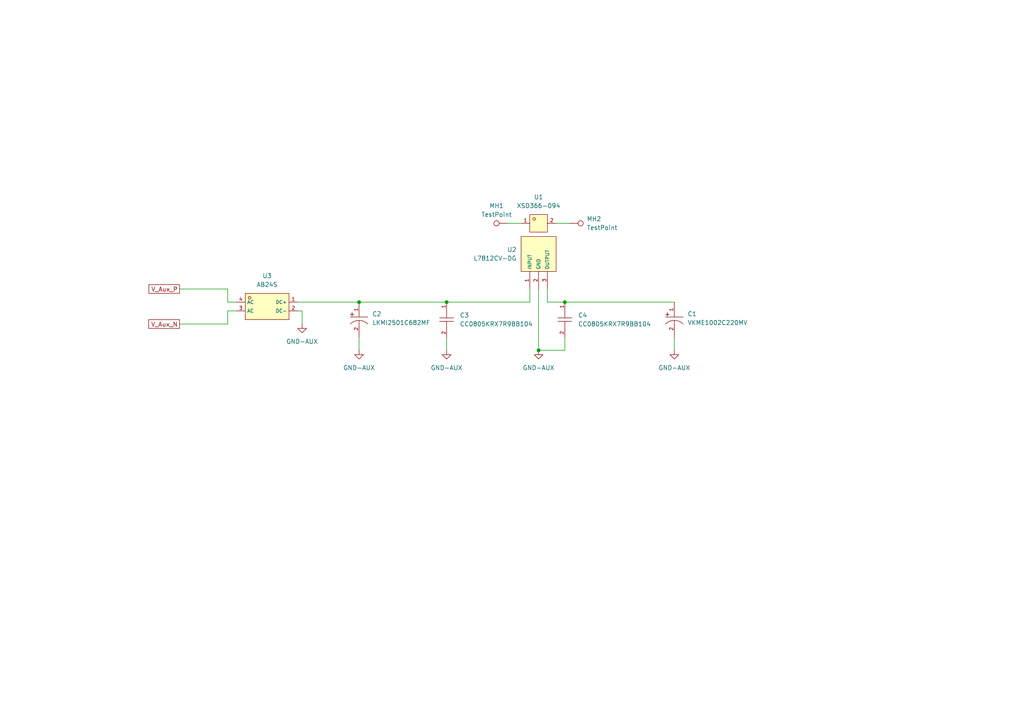
<source format=kicad_sch>
(kicad_sch
	(version 20250114)
	(generator "eeschema")
	(generator_version "9.0")
	(uuid "07489711-3498-4609-a393-e4c993ecdff8")
	(paper "A4")
	(lib_symbols
		(symbol "Connector:TestPoint"
			(pin_numbers
				(hide yes)
			)
			(pin_names
				(offset 0.762)
				(hide yes)
			)
			(exclude_from_sim no)
			(in_bom yes)
			(on_board yes)
			(property "Reference" "TP"
				(at 0 6.858 0)
				(effects
					(font
						(size 1.27 1.27)
					)
				)
			)
			(property "Value" "TestPoint"
				(at 0 5.08 0)
				(effects
					(font
						(size 1.27 1.27)
					)
				)
			)
			(property "Footprint" ""
				(at 5.08 0 0)
				(effects
					(font
						(size 1.27 1.27)
					)
					(hide yes)
				)
			)
			(property "Datasheet" "~"
				(at 5.08 0 0)
				(effects
					(font
						(size 1.27 1.27)
					)
					(hide yes)
				)
			)
			(property "Description" "test point"
				(at 0 0 0)
				(effects
					(font
						(size 1.27 1.27)
					)
					(hide yes)
				)
			)
			(property "ki_keywords" "test point tp"
				(at 0 0 0)
				(effects
					(font
						(size 1.27 1.27)
					)
					(hide yes)
				)
			)
			(property "ki_fp_filters" "Pin* Test*"
				(at 0 0 0)
				(effects
					(font
						(size 1.27 1.27)
					)
					(hide yes)
				)
			)
			(symbol "TestPoint_0_1"
				(circle
					(center 0 3.302)
					(radius 0.762)
					(stroke
						(width 0)
						(type default)
					)
					(fill
						(type none)
					)
				)
			)
			(symbol "TestPoint_1_1"
				(pin passive line
					(at 0 0 90)
					(length 2.54)
					(name "1"
						(effects
							(font
								(size 1.27 1.27)
							)
						)
					)
					(number "1"
						(effects
							(font
								(size 1.27 1.27)
							)
						)
					)
				)
			)
			(embedded_fonts no)
		)
		(symbol "jlcpcb:AB24S"
			(exclude_from_sim no)
			(in_bom yes)
			(on_board yes)
			(property "Reference" "U"
				(at 0 1.27 0)
				(effects
					(font
						(size 1.27 1.27)
					)
				)
			)
			(property "Value" "AB24S"
				(at 0 -2.54 0)
				(effects
					(font
						(size 1.27 1.27)
					)
				)
			)
			(property "Footprint" "footprints:ABS-SMD_L5.0-W4.4-P4.00-LS7.0-BL"
				(at 0 -10.16 0)
				(effects
					(font
						(size 1.27 1.27)
						(italic yes)
					)
					(hide yes)
				)
			)
			(property "Datasheet" "https://atta.szlcsc.com/upload/public/pdf/source/20211116/1CFCA0CE490D28CCD798815519BDD3FD.pdf"
				(at -2.286 0.127 0)
				(effects
					(font
						(size 1.27 1.27)
					)
					(justify left)
					(hide yes)
				)
			)
			(property "Description" ""
				(at 0 0 0)
				(effects
					(font
						(size 1.27 1.27)
					)
					(hide yes)
				)
			)
			(property "LCSC" "C882375"
				(at 0 0 0)
				(effects
					(font
						(size 1.27 1.27)
					)
					(hide yes)
				)
			)
			(property "ki_keywords" "C882375"
				(at 0 0 0)
				(effects
					(font
						(size 1.27 1.27)
					)
					(hide yes)
				)
			)
			(symbol "AB24S_0_1"
				(rectangle
					(start -6.35 3.81)
					(end 6.35 -3.81)
					(stroke
						(width 0)
						(type default)
					)
					(fill
						(type background)
					)
				)
				(circle
					(center -5.08 2.54)
					(radius 0.381)
					(stroke
						(width 0)
						(type default)
					)
					(fill
						(type background)
					)
				)
				(pin unspecified line
					(at -8.89 1.27 0)
					(length 2.54)
					(name "AC"
						(effects
							(font
								(size 1 1)
							)
						)
					)
					(number "4"
						(effects
							(font
								(size 1 1)
							)
						)
					)
				)
				(pin unspecified line
					(at -8.89 -1.27 0)
					(length 2.54)
					(name "AC"
						(effects
							(font
								(size 1 1)
							)
						)
					)
					(number "3"
						(effects
							(font
								(size 1 1)
							)
						)
					)
				)
				(pin unspecified line
					(at 8.89 1.27 180)
					(length 2.54)
					(name "DC+"
						(effects
							(font
								(size 1 1)
							)
						)
					)
					(number "1"
						(effects
							(font
								(size 1 1)
							)
						)
					)
				)
				(pin unspecified line
					(at 8.89 -1.27 180)
					(length 2.54)
					(name "DC-"
						(effects
							(font
								(size 1 1)
							)
						)
					)
					(number "2"
						(effects
							(font
								(size 1 1)
							)
						)
					)
				)
			)
			(embedded_fonts no)
		)
		(symbol "jlcpcb:CC0805KRX7R9BB104"
			(exclude_from_sim no)
			(in_bom yes)
			(on_board yes)
			(property "Reference" "C"
				(at 0 1.27 0)
				(effects
					(font
						(size 1.27 1.27)
					)
				)
			)
			(property "Value" "CC0805KRX7R9BB104"
				(at 0 -2.54 0)
				(effects
					(font
						(size 1.27 1.27)
					)
				)
			)
			(property "Footprint" "footprints:C0805"
				(at 0 -10.16 0)
				(effects
					(font
						(size 1.27 1.27)
						(italic yes)
					)
					(hide yes)
				)
			)
			(property "Datasheet" "https://item.szlcsc.com/373011.html"
				(at -2.286 0.127 0)
				(effects
					(font
						(size 1.27 1.27)
					)
					(justify left)
					(hide yes)
				)
			)
			(property "Description" ""
				(at 0 0 0)
				(effects
					(font
						(size 1.27 1.27)
					)
					(hide yes)
				)
			)
			(property "LCSC" "C49678"
				(at 0 0 0)
				(effects
					(font
						(size 1.27 1.27)
					)
					(hide yes)
				)
			)
			(property "ki_keywords" "C49678"
				(at 0 0 0)
				(effects
					(font
						(size 1.27 1.27)
					)
					(hide yes)
				)
			)
			(symbol "CC0805KRX7R9BB104_0_1"
				(polyline
					(pts
						(xy -0.508 0) (xy -2.54 0)
					)
					(stroke
						(width 0)
						(type default)
					)
					(fill
						(type none)
					)
				)
				(polyline
					(pts
						(xy -0.508 -2.032) (xy -0.508 2.032)
					)
					(stroke
						(width 0)
						(type default)
					)
					(fill
						(type none)
					)
				)
				(polyline
					(pts
						(xy 0.508 2.032) (xy 0.508 -2.032)
					)
					(stroke
						(width 0)
						(type default)
					)
					(fill
						(type none)
					)
				)
				(polyline
					(pts
						(xy 2.54 0) (xy 0.508 0)
					)
					(stroke
						(width 0)
						(type default)
					)
					(fill
						(type none)
					)
				)
			)
			(symbol "CC0805KRX7R9BB104_1_1"
				(pin passive line
					(at -5.08 0 0)
					(length 2.54)
					(name ""
						(effects
							(font
								(size 1 1)
							)
						)
					)
					(number "1"
						(effects
							(font
								(size 1 1)
							)
						)
					)
				)
				(pin passive line
					(at 5.08 0 180)
					(length 2.54)
					(name ""
						(effects
							(font
								(size 1 1)
							)
						)
					)
					(number "2"
						(effects
							(font
								(size 1 1)
							)
						)
					)
				)
			)
			(embedded_fonts no)
		)
		(symbol "jlcpcb:L7812CV-DG"
			(exclude_from_sim no)
			(in_bom yes)
			(on_board yes)
			(property "Reference" "U"
				(at 0 1.27 0)
				(effects
					(font
						(size 1.27 1.27)
					)
				)
			)
			(property "Value" "L7812CV-DG"
				(at 0 -2.54 0)
				(effects
					(font
						(size 1.27 1.27)
					)
				)
			)
			(property "Footprint" "footprints:TO-220-3_L10.0-W4.5-P2.54-L"
				(at 0 -10.16 0)
				(effects
					(font
						(size 1.27 1.27)
						(italic yes)
					)
					(hide yes)
				)
			)
			(property "Datasheet" "https://item.szlcsc.com/233115.html"
				(at -2.286 0.127 0)
				(effects
					(font
						(size 1.27 1.27)
					)
					(justify left)
					(hide yes)
				)
			)
			(property "Description" ""
				(at 0 0 0)
				(effects
					(font
						(size 1.27 1.27)
					)
					(hide yes)
				)
			)
			(property "LCSC" "C2914"
				(at 0 0 0)
				(effects
					(font
						(size 1.27 1.27)
					)
					(hide yes)
				)
			)
			(property "ki_keywords" "C2914"
				(at 0 0 0)
				(effects
					(font
						(size 1.27 1.27)
					)
					(hide yes)
				)
			)
			(symbol "L7812CV-DG_0_1"
				(rectangle
					(start -2.54 5.08)
					(end 7.62 -5.08)
					(stroke
						(width 0)
						(type default)
					)
					(fill
						(type background)
					)
				)
				(pin unspecified line
					(at -7.62 2.54 0)
					(length 5.08)
					(name "OUTPUT"
						(effects
							(font
								(size 1 1)
							)
						)
					)
					(number "3"
						(effects
							(font
								(size 1 1)
							)
						)
					)
				)
				(pin unspecified line
					(at -7.62 0 0)
					(length 5.08)
					(name "GND"
						(effects
							(font
								(size 1 1)
							)
						)
					)
					(number "2"
						(effects
							(font
								(size 1 1)
							)
						)
					)
				)
				(pin unspecified line
					(at -7.62 -2.54 0)
					(length 5.08)
					(name "INPUT"
						(effects
							(font
								(size 1 1)
							)
						)
					)
					(number "1"
						(effects
							(font
								(size 1 1)
							)
						)
					)
				)
			)
			(embedded_fonts no)
		)
		(symbol "jlcpcb:LKMI2501C682MF"
			(exclude_from_sim no)
			(in_bom yes)
			(on_board yes)
			(property "Reference" "C"
				(at 0 1.27 0)
				(effects
					(font
						(size 1.27 1.27)
					)
				)
			)
			(property "Value" "LKMI2501C682MF"
				(at 0 -2.54 0)
				(effects
					(font
						(size 1.27 1.27)
					)
				)
			)
			(property "Footprint" "footprints:CAP-TH_BD16.0-P7.50-D1.2-FD"
				(at 0 -10.16 0)
				(effects
					(font
						(size 1.27 1.27)
						(italic yes)
					)
					(hide yes)
				)
			)
			(property "Datasheet" "https://item.szlcsc.com/48887.html"
				(at -2.286 0.127 0)
				(effects
					(font
						(size 1.27 1.27)
					)
					(justify left)
					(hide yes)
				)
			)
			(property "Description" ""
				(at 0 0 0)
				(effects
					(font
						(size 1.27 1.27)
					)
					(hide yes)
				)
			)
			(property "LCSC" "C442803"
				(at 0 0 0)
				(effects
					(font
						(size 1.27 1.27)
					)
					(hide yes)
				)
			)
			(property "ki_keywords" "C442803"
				(at 0 0 0)
				(effects
					(font
						(size 1.27 1.27)
					)
					(hide yes)
				)
			)
			(symbol "LKMI2501C682MF_0_1"
				(rectangle
					(start -2.54 1.524)
					(end -1.524 1.4986)
					(stroke
						(width 0)
						(type default)
					)
					(fill
						(type background)
					)
				)
				(polyline
					(pts
						(xy -2.54 0.762) (xy 2.54 0.762)
					)
					(stroke
						(width 0)
						(type default)
					)
					(fill
						(type none)
					)
				)
				(rectangle
					(start -2.032 2.032)
					(end -2.0066 1.016)
					(stroke
						(width 0)
						(type default)
					)
					(fill
						(type background)
					)
				)
				(arc
					(start -2.54 -1.27)
					(mid 0 -0.2179)
					(end 2.54 -1.27)
					(stroke
						(width 0)
						(type default)
					)
					(fill
						(type none)
					)
				)
			)
			(symbol "LKMI2501C682MF_1_1"
				(pin passive line
					(at 0 5.08 270)
					(length 4.318)
					(name ""
						(effects
							(font
								(size 1 1)
							)
						)
					)
					(number "1"
						(effects
							(font
								(size 1 1)
							)
						)
					)
				)
				(pin passive line
					(at 0 -5.08 90)
					(length 4.826)
					(name ""
						(effects
							(font
								(size 1 1)
							)
						)
					)
					(number "2"
						(effects
							(font
								(size 1 1)
							)
						)
					)
				)
			)
			(embedded_fonts no)
		)
		(symbol "jlcpcb:VKME1002C220MV"
			(exclude_from_sim no)
			(in_bom yes)
			(on_board yes)
			(property "Reference" "C"
				(at 0 1.27 0)
				(effects
					(font
						(size 1.27 1.27)
					)
				)
			)
			(property "Value" "VKME1002C220MV"
				(at 0 -2.54 0)
				(effects
					(font
						(size 1.27 1.27)
					)
				)
			)
			(property "Footprint" "footprints:CAP-SMD_BD10.0-L10.3-W10.3-LS11.7-FD"
				(at -0.508 -0.508 0)
				(effects
					(font
						(size 1.27 1.27)
						(italic yes)
					)
					(hide yes)
				)
			)
			(property "Datasheet" "https://atta.szlcsc.com/upload/public/pdf/source/20200220/C487365_CBD0F9C143D6988F0F1834932849078A.pdf"
				(at -36.576 -0.508 0)
				(effects
					(font
						(size 1.27 1.27)
					)
					(justify left)
					(hide yes)
				)
			)
			(property "Description" ""
				(at 0 0 0)
				(effects
					(font
						(size 1.27 1.27)
					)
					(hide yes)
				)
			)
			(property "LCSC" "C487461"
				(at -9.398 -0.762 0)
				(effects
					(font
						(size 1.27 1.27)
					)
					(hide yes)
				)
			)
			(property "ki_keywords" "C487461"
				(at 0 0 0)
				(effects
					(font
						(size 1.27 1.27)
					)
					(hide yes)
				)
			)
			(symbol "VKME1002C220MV_0_1"
				(rectangle
					(start -2.54 1.524)
					(end -1.524 1.4986)
					(stroke
						(width 0)
						(type default)
					)
					(fill
						(type background)
					)
				)
				(polyline
					(pts
						(xy -2.54 0.762) (xy 2.54 0.762)
					)
					(stroke
						(width 0)
						(type default)
					)
					(fill
						(type none)
					)
				)
				(rectangle
					(start -2.032 2.032)
					(end -2.0066 1.016)
					(stroke
						(width 0)
						(type default)
					)
					(fill
						(type background)
					)
				)
				(arc
					(start -2.54 -1.27)
					(mid 0 -0.2179)
					(end 2.54 -1.27)
					(stroke
						(width 0)
						(type default)
					)
					(fill
						(type none)
					)
				)
			)
			(symbol "VKME1002C220MV_1_1"
				(pin passive line
					(at 0 5.08 270)
					(length 4.318)
					(name ""
						(effects
							(font
								(size 1 1)
							)
						)
					)
					(number "1"
						(effects
							(font
								(size 1 1)
							)
						)
					)
				)
				(pin passive line
					(at 0 -5.08 90)
					(length 4.826)
					(name ""
						(effects
							(font
								(size 1 1)
							)
						)
					)
					(number "2"
						(effects
							(font
								(size 1 1)
							)
						)
					)
				)
			)
			(embedded_fonts no)
		)
		(symbol "jlcpcb:XSD366-094"
			(exclude_from_sim no)
			(in_bom yes)
			(on_board yes)
			(property "Reference" "U"
				(at 0 1.27 0)
				(effects
					(font
						(size 1.27 1.27)
					)
				)
			)
			(property "Value" "XSD366-094"
				(at 0 -2.54 0)
				(effects
					(font
						(size 1.27 1.27)
					)
				)
			)
			(property "Footprint" "footprints:HEATSINK-TH_XSD366-094"
				(at 0 -10.16 0)
				(effects
					(font
						(size 1.27 1.27)
						(italic yes)
					)
					(hide yes)
				)
			)
			(property "Datasheet" "https://atta.szlcsc.com/upload/public/pdf/source/20180927/C286227_8CAF4AF643AF3F6953ADE6744A76F022.pdf"
				(at -2.286 0.127 0)
				(effects
					(font
						(size 1.27 1.27)
					)
					(justify left)
					(hide yes)
				)
			)
			(property "Description" ""
				(at 0 0 0)
				(effects
					(font
						(size 1.27 1.27)
					)
					(hide yes)
				)
			)
			(property "LCSC" "C286227"
				(at 0 0 0)
				(effects
					(font
						(size 1.27 1.27)
					)
					(hide yes)
				)
			)
			(property "ki_keywords" "C286227"
				(at 0 0 0)
				(effects
					(font
						(size 1.27 1.27)
					)
					(hide yes)
				)
			)
			(symbol "XSD366-094_0_1"
				(rectangle
					(start -2.54 2.54)
					(end 2.54 -2.54)
					(stroke
						(width 0)
						(type default)
					)
					(fill
						(type background)
					)
				)
				(circle
					(center -1.27 1.27)
					(radius 0.381)
					(stroke
						(width 0)
						(type default)
					)
					(fill
						(type background)
					)
				)
			)
			(symbol "XSD366-094_1_1"
				(pin free line
					(at -5.08 0 0)
					(length 2.54)
					(name ""
						(effects
							(font
								(size 1 1)
							)
						)
					)
					(number "1"
						(effects
							(font
								(size 1 1)
							)
						)
					)
				)
				(pin free line
					(at 5.08 0 180)
					(length 2.54)
					(name ""
						(effects
							(font
								(size 1 1)
							)
						)
					)
					(number "2"
						(effects
							(font
								(size 1 1)
							)
						)
					)
				)
			)
			(embedded_fonts no)
		)
		(symbol "power:GND"
			(power)
			(pin_numbers
				(hide yes)
			)
			(pin_names
				(offset 0)
				(hide yes)
			)
			(exclude_from_sim no)
			(in_bom yes)
			(on_board yes)
			(property "Reference" "#PWR"
				(at 0 -6.35 0)
				(effects
					(font
						(size 1.27 1.27)
					)
					(hide yes)
				)
			)
			(property "Value" "GND"
				(at 0 -3.81 0)
				(effects
					(font
						(size 1.27 1.27)
					)
				)
			)
			(property "Footprint" ""
				(at 0 0 0)
				(effects
					(font
						(size 1.27 1.27)
					)
					(hide yes)
				)
			)
			(property "Datasheet" ""
				(at 0 0 0)
				(effects
					(font
						(size 1.27 1.27)
					)
					(hide yes)
				)
			)
			(property "Description" "Power symbol creates a global label with name \"GND\" , ground"
				(at 0 0 0)
				(effects
					(font
						(size 1.27 1.27)
					)
					(hide yes)
				)
			)
			(property "ki_keywords" "global power"
				(at 0 0 0)
				(effects
					(font
						(size 1.27 1.27)
					)
					(hide yes)
				)
			)
			(symbol "GND_0_1"
				(polyline
					(pts
						(xy 0 0) (xy 0 -1.27) (xy 1.27 -1.27) (xy 0 -2.54) (xy -1.27 -1.27) (xy 0 -1.27)
					)
					(stroke
						(width 0)
						(type default)
					)
					(fill
						(type none)
					)
				)
			)
			(symbol "GND_1_1"
				(pin power_in line
					(at 0 0 270)
					(length 0)
					(name "~"
						(effects
							(font
								(size 1.27 1.27)
							)
						)
					)
					(number "1"
						(effects
							(font
								(size 1.27 1.27)
							)
						)
					)
				)
			)
			(embedded_fonts no)
		)
	)
	(junction
		(at 104.14 87.63)
		(diameter 0)
		(color 0 0 0 0)
		(uuid "60c583c0-fc45-4aa3-b2a5-463636bc400d")
	)
	(junction
		(at 129.54 87.63)
		(diameter 0)
		(color 0 0 0 0)
		(uuid "8247ec7b-e654-423e-b50c-8d23880e11a2")
	)
	(junction
		(at 156.21 101.6)
		(diameter 0)
		(color 0 0 0 0)
		(uuid "c234e261-275d-4c26-8974-27e191a7f973")
	)
	(junction
		(at 163.83 87.63)
		(diameter 0)
		(color 0 0 0 0)
		(uuid "f85a2759-bcc8-4998-abe3-ab8c75ed9841")
	)
	(wire
		(pts
			(xy 129.54 87.63) (xy 153.67 87.63)
		)
		(stroke
			(width 0)
			(type default)
		)
		(uuid "0460cb3a-bfb1-4522-874e-165c412137a2")
	)
	(wire
		(pts
			(xy 153.67 83.82) (xy 153.67 87.63)
		)
		(stroke
			(width 0)
			(type default)
		)
		(uuid "0ce87edc-60e9-41f8-909d-8ed58d1369f3")
	)
	(wire
		(pts
			(xy 129.54 97.79) (xy 129.54 101.6)
		)
		(stroke
			(width 0)
			(type default)
		)
		(uuid "1bfb6a6c-b4a3-44f6-ba00-c9961b8c8ee7")
	)
	(wire
		(pts
			(xy 86.36 90.17) (xy 87.63 90.17)
		)
		(stroke
			(width 0)
			(type default)
		)
		(uuid "1cddb204-e43d-40a6-a495-275ae4c4f3fe")
	)
	(wire
		(pts
			(xy 66.04 93.98) (xy 52.07 93.98)
		)
		(stroke
			(width 0)
			(type default)
		)
		(uuid "1e4b01de-4eb9-4b19-a3e7-727cd14682b0")
	)
	(wire
		(pts
			(xy 68.58 90.17) (xy 66.04 90.17)
		)
		(stroke
			(width 0)
			(type default)
		)
		(uuid "26a46c1c-5238-4127-8b9e-e67911ec1024")
	)
	(wire
		(pts
			(xy 86.36 87.63) (xy 104.14 87.63)
		)
		(stroke
			(width 0)
			(type default)
		)
		(uuid "2ad071ad-273f-4f28-bf6c-3c03829fded1")
	)
	(wire
		(pts
			(xy 163.83 101.6) (xy 156.21 101.6)
		)
		(stroke
			(width 0)
			(type default)
		)
		(uuid "31004e4d-8644-4ebb-bd97-9337b7aab077")
	)
	(wire
		(pts
			(xy 161.29 64.77) (xy 165.1 64.77)
		)
		(stroke
			(width 0)
			(type default)
		)
		(uuid "338fe089-5fa7-4f72-b26b-01b45c9351f8")
	)
	(wire
		(pts
			(xy 147.32 64.77) (xy 151.13 64.77)
		)
		(stroke
			(width 0)
			(type default)
		)
		(uuid "3b64eced-fc2a-4d15-93ce-5277884bdc39")
	)
	(wire
		(pts
			(xy 66.04 83.82) (xy 66.04 87.63)
		)
		(stroke
			(width 0)
			(type default)
		)
		(uuid "3e6d838f-146a-49b7-9cfe-a798b43ee27d")
	)
	(wire
		(pts
			(xy 66.04 90.17) (xy 66.04 93.98)
		)
		(stroke
			(width 0)
			(type default)
		)
		(uuid "420d77c3-fa2a-4206-a34f-49bed144c8a7")
	)
	(wire
		(pts
			(xy 156.21 83.82) (xy 156.21 101.6)
		)
		(stroke
			(width 0)
			(type default)
		)
		(uuid "4532b18e-d2e2-41bc-a148-631a316da270")
	)
	(wire
		(pts
			(xy 52.07 83.82) (xy 66.04 83.82)
		)
		(stroke
			(width 0)
			(type default)
		)
		(uuid "484d1dc1-ed71-4b81-bd77-c4e49a24f504")
	)
	(wire
		(pts
			(xy 195.58 97.79) (xy 195.58 101.6)
		)
		(stroke
			(width 0)
			(type default)
		)
		(uuid "531e8c52-3afb-46e9-8d44-ac5183a43ef3")
	)
	(wire
		(pts
			(xy 104.14 87.63) (xy 129.54 87.63)
		)
		(stroke
			(width 0)
			(type default)
		)
		(uuid "763ed549-ef6e-4450-9efd-a4ea0dc40fcf")
	)
	(wire
		(pts
			(xy 104.14 97.79) (xy 104.14 101.6)
		)
		(stroke
			(width 0)
			(type default)
		)
		(uuid "96f89d8a-e2e1-4f0d-ac32-ce00a4680346")
	)
	(wire
		(pts
			(xy 158.75 83.82) (xy 158.75 87.63)
		)
		(stroke
			(width 0)
			(type default)
		)
		(uuid "9c8da465-0501-474a-ba4f-e8d15b304a13")
	)
	(wire
		(pts
			(xy 66.04 87.63) (xy 68.58 87.63)
		)
		(stroke
			(width 0)
			(type default)
		)
		(uuid "9ddbe400-4ab6-48c7-9fc7-377e44e00b6a")
	)
	(wire
		(pts
			(xy 163.83 97.79) (xy 163.83 101.6)
		)
		(stroke
			(width 0)
			(type default)
		)
		(uuid "b22f3049-0403-4b97-813c-75cc7f74ba13")
	)
	(wire
		(pts
			(xy 87.63 90.17) (xy 87.63 93.98)
		)
		(stroke
			(width 0)
			(type default)
		)
		(uuid "b780a903-52fc-45ff-b504-0e1ffde2e5fa")
	)
	(wire
		(pts
			(xy 158.75 87.63) (xy 163.83 87.63)
		)
		(stroke
			(width 0)
			(type default)
		)
		(uuid "c955456f-b280-4b8f-9941-6f21bfa02be7")
	)
	(wire
		(pts
			(xy 163.83 87.63) (xy 195.58 87.63)
		)
		(stroke
			(width 0)
			(type default)
		)
		(uuid "d1b8cb39-89fc-429a-a885-83dd81322bd6")
	)
	(global_label "V_Aux_P"
		(shape passive)
		(at 52.07 83.82 180)
		(fields_autoplaced yes)
		(effects
			(font
				(size 1.27 1.27)
			)
			(justify right)
		)
		(uuid "45ba05e6-0df4-4982-90a2-9e174a9da888")
		(property "Intersheetrefs" "${INTERSHEET_REFS}"
			(at 42.6366 83.82 0)
			(effects
				(font
					(size 1.27 1.27)
				)
				(justify right)
				(hide yes)
			)
		)
	)
	(global_label "V_Aux_N"
		(shape passive)
		(at 52.07 93.98 180)
		(fields_autoplaced yes)
		(effects
			(font
				(size 1.27 1.27)
			)
			(justify right)
		)
		(uuid "c8fdec0b-00cf-49d5-8b66-acd002e2dac2")
		(property "Intersheetrefs" "${INTERSHEET_REFS}"
			(at 42.5761 93.98 0)
			(effects
				(font
					(size 1.27 1.27)
				)
				(justify right)
				(hide yes)
			)
		)
	)
	(symbol
		(lib_id "power:GND")
		(at 87.63 93.98 0)
		(unit 1)
		(exclude_from_sim no)
		(in_bom yes)
		(on_board yes)
		(dnp no)
		(fields_autoplaced yes)
		(uuid "06a53169-3d3a-4118-9933-b4a63091a0e0")
		(property "Reference" "#PWR02"
			(at 87.63 100.33 0)
			(effects
				(font
					(size 1.27 1.27)
				)
				(hide yes)
			)
		)
		(property "Value" "GND-AUX"
			(at 87.63 99.06 0)
			(effects
				(font
					(size 1.27 1.27)
				)
			)
		)
		(property "Footprint" ""
			(at 87.63 93.98 0)
			(effects
				(font
					(size 1.27 1.27)
				)
				(hide yes)
			)
		)
		(property "Datasheet" ""
			(at 87.63 93.98 0)
			(effects
				(font
					(size 1.27 1.27)
				)
				(hide yes)
			)
		)
		(property "Description" "Power symbol creates a global label with name \"GND\" , ground"
			(at 87.63 93.98 0)
			(effects
				(font
					(size 1.27 1.27)
				)
				(hide yes)
			)
		)
		(pin "1"
			(uuid "5ad7c5fa-175f-4d8d-b09e-f89f48f30420")
		)
		(instances
			(project "wb50"
				(path "/6805e3ef-87bd-473d-890f-05ae2da73c1a/c06d43ef-ca8e-4531-a839-7ed47019a243"
					(reference "#PWR02")
					(unit 1)
				)
			)
		)
	)
	(symbol
		(lib_id "jlcpcb:L7812CV-DG")
		(at 156.21 76.2 270)
		(mirror x)
		(unit 1)
		(exclude_from_sim no)
		(in_bom yes)
		(on_board yes)
		(dnp no)
		(uuid "194b1a49-74db-418f-a2ab-7993764267ab")
		(property "Reference" "U2"
			(at 149.86 72.3899 90)
			(effects
				(font
					(size 1.27 1.27)
				)
				(justify right)
			)
		)
		(property "Value" "L7812CV-DG"
			(at 149.86 74.9299 90)
			(effects
				(font
					(size 1.27 1.27)
				)
				(justify right)
			)
		)
		(property "Footprint" "footprints:TO-220-3_L10.0-W4.5-P2.54-L"
			(at 146.05 76.2 0)
			(effects
				(font
					(size 1.27 1.27)
					(italic yes)
				)
				(hide yes)
			)
		)
		(property "Datasheet" "https://item.szlcsc.com/233115.html"
			(at 156.337 78.486 0)
			(effects
				(font
					(size 1.27 1.27)
				)
				(justify left)
				(hide yes)
			)
		)
		(property "Description" ""
			(at 156.21 76.2 0)
			(effects
				(font
					(size 1.27 1.27)
				)
				(hide yes)
			)
		)
		(property "LCSC" "C2914"
			(at 156.21 76.2 0)
			(effects
				(font
					(size 1.27 1.27)
				)
				(hide yes)
			)
		)
		(pin "3"
			(uuid "692013c4-d1a1-491a-b077-e587f7038a0b")
		)
		(pin "1"
			(uuid "edf5d352-5c35-4acd-8e5b-8eaf43f910e4")
		)
		(pin "2"
			(uuid "261e7766-b915-4b00-abf3-9385e9f4ab71")
		)
		(instances
			(project ""
				(path "/6805e3ef-87bd-473d-890f-05ae2da73c1a/c06d43ef-ca8e-4531-a839-7ed47019a243"
					(reference "U2")
					(unit 1)
				)
			)
		)
	)
	(symbol
		(lib_id "power:GND")
		(at 195.58 101.6 0)
		(unit 1)
		(exclude_from_sim no)
		(in_bom yes)
		(on_board yes)
		(dnp no)
		(fields_autoplaced yes)
		(uuid "2ae8e232-0feb-47dd-be3b-149d495eed9c")
		(property "Reference" "#PWR05"
			(at 195.58 107.95 0)
			(effects
				(font
					(size 1.27 1.27)
				)
				(hide yes)
			)
		)
		(property "Value" "GND-AUX"
			(at 195.58 106.68 0)
			(effects
				(font
					(size 1.27 1.27)
				)
			)
		)
		(property "Footprint" ""
			(at 195.58 101.6 0)
			(effects
				(font
					(size 1.27 1.27)
				)
				(hide yes)
			)
		)
		(property "Datasheet" ""
			(at 195.58 101.6 0)
			(effects
				(font
					(size 1.27 1.27)
				)
				(hide yes)
			)
		)
		(property "Description" "Power symbol creates a global label with name \"GND\" , ground"
			(at 195.58 101.6 0)
			(effects
				(font
					(size 1.27 1.27)
				)
				(hide yes)
			)
		)
		(pin "1"
			(uuid "6010eab6-7017-49c6-8837-1a58e20a3231")
		)
		(instances
			(project "wb50"
				(path "/6805e3ef-87bd-473d-890f-05ae2da73c1a/c06d43ef-ca8e-4531-a839-7ed47019a243"
					(reference "#PWR05")
					(unit 1)
				)
			)
		)
	)
	(symbol
		(lib_id "jlcpcb:VKME1002C220MV")
		(at 195.58 92.71 0)
		(unit 1)
		(exclude_from_sim no)
		(in_bom yes)
		(on_board yes)
		(dnp no)
		(fields_autoplaced yes)
		(uuid "36d07b8e-52d1-4306-b171-bd8a01ebd44e")
		(property "Reference" "C1"
			(at 199.39 91.0589 0)
			(effects
				(font
					(size 1.27 1.27)
				)
				(justify left)
			)
		)
		(property "Value" "VKME1002C220MV"
			(at 199.39 93.5989 0)
			(effects
				(font
					(size 1.27 1.27)
				)
				(justify left)
			)
		)
		(property "Footprint" "footprints:CAP-SMD_BD10.0-L10.3-W10.3-LS11.7-FD"
			(at 195.072 93.218 0)
			(effects
				(font
					(size 1.27 1.27)
					(italic yes)
				)
				(hide yes)
			)
		)
		(property "Datasheet" "https://atta.szlcsc.com/upload/public/pdf/source/20200220/C487365_CBD0F9C143D6988F0F1834932849078A.pdf"
			(at 159.004 93.218 0)
			(effects
				(font
					(size 1.27 1.27)
				)
				(justify left)
				(hide yes)
			)
		)
		(property "Description" ""
			(at 195.58 92.71 0)
			(effects
				(font
					(size 1.27 1.27)
				)
				(hide yes)
			)
		)
		(property "LCSC" "C487461"
			(at 186.182 93.472 0)
			(effects
				(font
					(size 1.27 1.27)
				)
				(hide yes)
			)
		)
		(pin "1"
			(uuid "f378af2e-977c-4d0a-838e-9cbeb14eb28e")
		)
		(pin "2"
			(uuid "a27a6034-f696-4ac3-bad3-33fa7e79b878")
		)
		(instances
			(project ""
				(path "/6805e3ef-87bd-473d-890f-05ae2da73c1a/c06d43ef-ca8e-4531-a839-7ed47019a243"
					(reference "C1")
					(unit 1)
				)
			)
		)
	)
	(symbol
		(lib_id "Connector:TestPoint")
		(at 147.32 64.77 90)
		(unit 1)
		(exclude_from_sim no)
		(in_bom yes)
		(on_board yes)
		(dnp no)
		(fields_autoplaced yes)
		(uuid "42213ed8-162e-4f9a-a317-5e38e02d74e0")
		(property "Reference" "MH1"
			(at 144.018 59.69 90)
			(effects
				(font
					(size 1.27 1.27)
				)
			)
		)
		(property "Value" "TestPoint"
			(at 144.018 62.23 90)
			(effects
				(font
					(size 1.27 1.27)
				)
			)
		)
		(property "Footprint" "MountingHole:MountingHole_2.2mm_M2_DIN965_Pad_TopBottom"
			(at 147.32 59.69 0)
			(effects
				(font
					(size 1.27 1.27)
				)
				(hide yes)
			)
		)
		(property "Datasheet" "~"
			(at 147.32 59.69 0)
			(effects
				(font
					(size 1.27 1.27)
				)
				(hide yes)
			)
		)
		(property "Description" "test point"
			(at 147.32 64.77 0)
			(effects
				(font
					(size 1.27 1.27)
				)
				(hide yes)
			)
		)
		(pin "1"
			(uuid "cb5f6859-a2e2-4da5-a8d6-7801755d94db")
		)
		(instances
			(project ""
				(path "/6805e3ef-87bd-473d-890f-05ae2da73c1a/c06d43ef-ca8e-4531-a839-7ed47019a243"
					(reference "MH1")
					(unit 1)
				)
			)
		)
	)
	(symbol
		(lib_id "jlcpcb:LKMI2501C682MF")
		(at 104.14 92.71 0)
		(unit 1)
		(exclude_from_sim no)
		(in_bom yes)
		(on_board yes)
		(dnp no)
		(fields_autoplaced yes)
		(uuid "4875b980-03e5-4d76-9c7a-eafd9c51e1d7")
		(property "Reference" "C2"
			(at 107.95 91.0589 0)
			(effects
				(font
					(size 1.27 1.27)
				)
				(justify left)
			)
		)
		(property "Value" "LKMI2501C682MF"
			(at 107.95 93.5989 0)
			(effects
				(font
					(size 1.27 1.27)
				)
				(justify left)
			)
		)
		(property "Footprint" "footprints:CAP-TH_BD16.0-P7.50-D1.2-FD"
			(at 104.14 102.87 0)
			(effects
				(font
					(size 1.27 1.27)
					(italic yes)
				)
				(hide yes)
			)
		)
		(property "Datasheet" "https://item.szlcsc.com/48887.html"
			(at 101.854 92.583 0)
			(effects
				(font
					(size 1.27 1.27)
				)
				(justify left)
				(hide yes)
			)
		)
		(property "Description" ""
			(at 104.14 92.71 0)
			(effects
				(font
					(size 1.27 1.27)
				)
				(hide yes)
			)
		)
		(property "LCSC" "C442803"
			(at 104.14 92.71 0)
			(effects
				(font
					(size 1.27 1.27)
				)
				(hide yes)
			)
		)
		(pin "2"
			(uuid "ab60d8b2-265f-4cd5-8257-137dac00ad4d")
		)
		(pin "1"
			(uuid "990d2f92-d6a8-478f-b1fc-815f02bf31c3")
		)
		(instances
			(project ""
				(path "/6805e3ef-87bd-473d-890f-05ae2da73c1a/c06d43ef-ca8e-4531-a839-7ed47019a243"
					(reference "C2")
					(unit 1)
				)
			)
		)
	)
	(symbol
		(lib_id "power:GND")
		(at 156.21 101.6 0)
		(unit 1)
		(exclude_from_sim no)
		(in_bom yes)
		(on_board yes)
		(dnp no)
		(fields_autoplaced yes)
		(uuid "51633594-40dc-4c26-b18f-419b87f0eb25")
		(property "Reference" "#PWR03"
			(at 156.21 107.95 0)
			(effects
				(font
					(size 1.27 1.27)
				)
				(hide yes)
			)
		)
		(property "Value" "GND-AUX"
			(at 156.21 106.68 0)
			(effects
				(font
					(size 1.27 1.27)
				)
			)
		)
		(property "Footprint" ""
			(at 156.21 101.6 0)
			(effects
				(font
					(size 1.27 1.27)
				)
				(hide yes)
			)
		)
		(property "Datasheet" ""
			(at 156.21 101.6 0)
			(effects
				(font
					(size 1.27 1.27)
				)
				(hide yes)
			)
		)
		(property "Description" "Power symbol creates a global label with name \"GND\" , ground"
			(at 156.21 101.6 0)
			(effects
				(font
					(size 1.27 1.27)
				)
				(hide yes)
			)
		)
		(pin "1"
			(uuid "cee71c21-c4e9-487c-86c2-04fd6eb83130")
		)
		(instances
			(project "wb50"
				(path "/6805e3ef-87bd-473d-890f-05ae2da73c1a/c06d43ef-ca8e-4531-a839-7ed47019a243"
					(reference "#PWR03")
					(unit 1)
				)
			)
		)
	)
	(symbol
		(lib_id "power:GND")
		(at 129.54 101.6 0)
		(unit 1)
		(exclude_from_sim no)
		(in_bom yes)
		(on_board yes)
		(dnp no)
		(fields_autoplaced yes)
		(uuid "579c7a19-aa49-49b2-b7ce-6cb4c9aeacbe")
		(property "Reference" "#PWR04"
			(at 129.54 107.95 0)
			(effects
				(font
					(size 1.27 1.27)
				)
				(hide yes)
			)
		)
		(property "Value" "GND-AUX"
			(at 129.54 106.68 0)
			(effects
				(font
					(size 1.27 1.27)
				)
			)
		)
		(property "Footprint" ""
			(at 129.54 101.6 0)
			(effects
				(font
					(size 1.27 1.27)
				)
				(hide yes)
			)
		)
		(property "Datasheet" ""
			(at 129.54 101.6 0)
			(effects
				(font
					(size 1.27 1.27)
				)
				(hide yes)
			)
		)
		(property "Description" "Power symbol creates a global label with name \"GND\" , ground"
			(at 129.54 101.6 0)
			(effects
				(font
					(size 1.27 1.27)
				)
				(hide yes)
			)
		)
		(pin "1"
			(uuid "7cebbedd-0da4-4f9e-adfa-b6f7edbf9cd8")
		)
		(instances
			(project "wb50"
				(path "/6805e3ef-87bd-473d-890f-05ae2da73c1a/c06d43ef-ca8e-4531-a839-7ed47019a243"
					(reference "#PWR04")
					(unit 1)
				)
			)
		)
	)
	(symbol
		(lib_id "jlcpcb:AB24S")
		(at 77.47 88.9 0)
		(unit 1)
		(exclude_from_sim no)
		(in_bom yes)
		(on_board yes)
		(dnp no)
		(fields_autoplaced yes)
		(uuid "5ae1fa30-4765-4e1e-9bb9-f8c18a6de181")
		(property "Reference" "U3"
			(at 77.47 80.01 0)
			(effects
				(font
					(size 1.27 1.27)
				)
			)
		)
		(property "Value" "AB24S"
			(at 77.47 82.55 0)
			(effects
				(font
					(size 1.27 1.27)
				)
			)
		)
		(property "Footprint" "footprints:ABS-SMD_L5.0-W4.4-P4.00-LS7.0-BL"
			(at 77.47 99.06 0)
			(effects
				(font
					(size 1.27 1.27)
					(italic yes)
				)
				(hide yes)
			)
		)
		(property "Datasheet" "https://atta.szlcsc.com/upload/public/pdf/source/20211116/1CFCA0CE490D28CCD798815519BDD3FD.pdf"
			(at 75.184 88.773 0)
			(effects
				(font
					(size 1.27 1.27)
				)
				(justify left)
				(hide yes)
			)
		)
		(property "Description" ""
			(at 77.47 88.9 0)
			(effects
				(font
					(size 1.27 1.27)
				)
				(hide yes)
			)
		)
		(property "LCSC" "C882375"
			(at 77.47 88.9 0)
			(effects
				(font
					(size 1.27 1.27)
				)
				(hide yes)
			)
		)
		(pin "1"
			(uuid "d2cf1c4b-077a-4d35-ad57-66da6a8474ad")
		)
		(pin "3"
			(uuid "21aadd47-69c7-47ab-af04-4b90530d6083")
		)
		(pin "2"
			(uuid "b4487d01-b823-4679-9fce-aebdb7e82df2")
		)
		(pin "4"
			(uuid "621a025c-3963-4937-af46-dac618bdc4c4")
		)
		(instances
			(project ""
				(path "/6805e3ef-87bd-473d-890f-05ae2da73c1a/c06d43ef-ca8e-4531-a839-7ed47019a243"
					(reference "U3")
					(unit 1)
				)
			)
		)
	)
	(symbol
		(lib_id "jlcpcb:XSD366-094")
		(at 156.21 64.77 0)
		(unit 1)
		(exclude_from_sim no)
		(in_bom yes)
		(on_board yes)
		(dnp no)
		(fields_autoplaced yes)
		(uuid "6e5b295e-dba0-4bfc-8295-01960d73be8e")
		(property "Reference" "U1"
			(at 156.21 57.15 0)
			(effects
				(font
					(size 1.27 1.27)
				)
			)
		)
		(property "Value" "XSD366-094"
			(at 156.21 59.69 0)
			(effects
				(font
					(size 1.27 1.27)
				)
			)
		)
		(property "Footprint" "footprints:HEATSINK-TH_XSD366-094"
			(at 156.21 74.93 0)
			(effects
				(font
					(size 1.27 1.27)
					(italic yes)
				)
				(hide yes)
			)
		)
		(property "Datasheet" "https://atta.szlcsc.com/upload/public/pdf/source/20180927/C286227_8CAF4AF643AF3F6953ADE6744A76F022.pdf"
			(at 153.924 64.643 0)
			(effects
				(font
					(size 1.27 1.27)
				)
				(justify left)
				(hide yes)
			)
		)
		(property "Description" ""
			(at 156.21 64.77 0)
			(effects
				(font
					(size 1.27 1.27)
				)
				(hide yes)
			)
		)
		(property "LCSC" "C286227"
			(at 156.21 64.77 0)
			(effects
				(font
					(size 1.27 1.27)
				)
				(hide yes)
			)
		)
		(pin "1"
			(uuid "8a1f57a9-dc3b-4f15-8ddf-1153bf06ba08")
		)
		(pin "2"
			(uuid "5c62de68-0b56-4e0e-95cc-538f2e3baa71")
		)
		(instances
			(project ""
				(path "/6805e3ef-87bd-473d-890f-05ae2da73c1a/c06d43ef-ca8e-4531-a839-7ed47019a243"
					(reference "U1")
					(unit 1)
				)
			)
		)
	)
	(symbol
		(lib_id "jlcpcb:CC0805KRX7R9BB104")
		(at 129.54 92.71 270)
		(unit 1)
		(exclude_from_sim no)
		(in_bom yes)
		(on_board yes)
		(dnp no)
		(fields_autoplaced yes)
		(uuid "6f06f2ee-4887-4b7b-9886-f9355f5288f2")
		(property "Reference" "C3"
			(at 133.35 91.4399 90)
			(effects
				(font
					(size 1.27 1.27)
				)
				(justify left)
			)
		)
		(property "Value" "CC0805KRX7R9BB104"
			(at 133.35 93.9799 90)
			(effects
				(font
					(size 1.27 1.27)
				)
				(justify left)
			)
		)
		(property "Footprint" "footprints:C0805"
			(at 119.38 92.71 0)
			(effects
				(font
					(size 1.27 1.27)
					(italic yes)
				)
				(hide yes)
			)
		)
		(property "Datasheet" "https://item.szlcsc.com/373011.html"
			(at 129.667 90.424 0)
			(effects
				(font
					(size 1.27 1.27)
				)
				(justify left)
				(hide yes)
			)
		)
		(property "Description" ""
			(at 129.54 92.71 0)
			(effects
				(font
					(size 1.27 1.27)
				)
				(hide yes)
			)
		)
		(property "LCSC" "C49678"
			(at 129.54 92.71 0)
			(effects
				(font
					(size 1.27 1.27)
				)
				(hide yes)
			)
		)
		(pin "1"
			(uuid "3620205c-6b53-48d0-b9a2-b40fb97a1de8")
		)
		(pin "2"
			(uuid "aa91d3f6-a462-4e4c-a1a1-ba33b060540f")
		)
		(instances
			(project ""
				(path "/6805e3ef-87bd-473d-890f-05ae2da73c1a/c06d43ef-ca8e-4531-a839-7ed47019a243"
					(reference "C3")
					(unit 1)
				)
			)
		)
	)
	(symbol
		(lib_id "Connector:TestPoint")
		(at 165.1 64.77 270)
		(unit 1)
		(exclude_from_sim no)
		(in_bom yes)
		(on_board yes)
		(dnp no)
		(fields_autoplaced yes)
		(uuid "be28c467-b75e-4662-a8a2-5a67b929ecc5")
		(property "Reference" "MH2"
			(at 170.18 63.4999 90)
			(effects
				(font
					(size 1.27 1.27)
				)
				(justify left)
			)
		)
		(property "Value" "TestPoint"
			(at 170.18 66.0399 90)
			(effects
				(font
					(size 1.27 1.27)
				)
				(justify left)
			)
		)
		(property "Footprint" "MountingHole:MountingHole_2.2mm_M2_DIN965_Pad_TopBottom"
			(at 165.1 69.85 0)
			(effects
				(font
					(size 1.27 1.27)
				)
				(hide yes)
			)
		)
		(property "Datasheet" "~"
			(at 165.1 69.85 0)
			(effects
				(font
					(size 1.27 1.27)
				)
				(hide yes)
			)
		)
		(property "Description" "test point"
			(at 165.1 64.77 0)
			(effects
				(font
					(size 1.27 1.27)
				)
				(hide yes)
			)
		)
		(pin "1"
			(uuid "57d7b22f-4c78-496f-9fc9-c72430560b47")
		)
		(instances
			(project "wb50"
				(path "/6805e3ef-87bd-473d-890f-05ae2da73c1a/c06d43ef-ca8e-4531-a839-7ed47019a243"
					(reference "MH2")
					(unit 1)
				)
			)
		)
	)
	(symbol
		(lib_id "jlcpcb:CC0805KRX7R9BB104")
		(at 163.83 92.71 270)
		(unit 1)
		(exclude_from_sim no)
		(in_bom yes)
		(on_board yes)
		(dnp no)
		(fields_autoplaced yes)
		(uuid "e78a8921-a3ed-4cca-b7d2-12e92b69be79")
		(property "Reference" "C4"
			(at 167.64 91.4399 90)
			(effects
				(font
					(size 1.27 1.27)
				)
				(justify left)
			)
		)
		(property "Value" "CC0805KRX7R9BB104"
			(at 167.64 93.9799 90)
			(effects
				(font
					(size 1.27 1.27)
				)
				(justify left)
			)
		)
		(property "Footprint" "footprints:C0805"
			(at 153.67 92.71 0)
			(effects
				(font
					(size 1.27 1.27)
					(italic yes)
				)
				(hide yes)
			)
		)
		(property "Datasheet" "https://item.szlcsc.com/373011.html"
			(at 163.957 90.424 0)
			(effects
				(font
					(size 1.27 1.27)
				)
				(justify left)
				(hide yes)
			)
		)
		(property "Description" ""
			(at 163.83 92.71 0)
			(effects
				(font
					(size 1.27 1.27)
				)
				(hide yes)
			)
		)
		(property "LCSC" "C49678"
			(at 163.83 92.71 0)
			(effects
				(font
					(size 1.27 1.27)
				)
				(hide yes)
			)
		)
		(pin "1"
			(uuid "9f970470-7f4d-4ce8-8b33-90f7175486a9")
		)
		(pin "2"
			(uuid "a700aa7e-c572-4968-8e74-9a6511aabf43")
		)
		(instances
			(project "wb50"
				(path "/6805e3ef-87bd-473d-890f-05ae2da73c1a/c06d43ef-ca8e-4531-a839-7ed47019a243"
					(reference "C4")
					(unit 1)
				)
			)
		)
	)
	(symbol
		(lib_id "power:GND")
		(at 104.14 101.6 0)
		(unit 1)
		(exclude_from_sim no)
		(in_bom yes)
		(on_board yes)
		(dnp no)
		(fields_autoplaced yes)
		(uuid "f744e008-5427-4356-ad23-413dae7b60bb")
		(property "Reference" "#PWR01"
			(at 104.14 107.95 0)
			(effects
				(font
					(size 1.27 1.27)
				)
				(hide yes)
			)
		)
		(property "Value" "GND-AUX"
			(at 104.14 106.68 0)
			(effects
				(font
					(size 1.27 1.27)
				)
			)
		)
		(property "Footprint" ""
			(at 104.14 101.6 0)
			(effects
				(font
					(size 1.27 1.27)
				)
				(hide yes)
			)
		)
		(property "Datasheet" ""
			(at 104.14 101.6 0)
			(effects
				(font
					(size 1.27 1.27)
				)
				(hide yes)
			)
		)
		(property "Description" "Power symbol creates a global label with name \"GND\" , ground"
			(at 104.14 101.6 0)
			(effects
				(font
					(size 1.27 1.27)
				)
				(hide yes)
			)
		)
		(pin "1"
			(uuid "c29d2e19-2f93-4caa-a416-5eae8a816986")
		)
		(instances
			(project ""
				(path "/6805e3ef-87bd-473d-890f-05ae2da73c1a/c06d43ef-ca8e-4531-a839-7ed47019a243"
					(reference "#PWR01")
					(unit 1)
				)
			)
		)
	)
)

</source>
